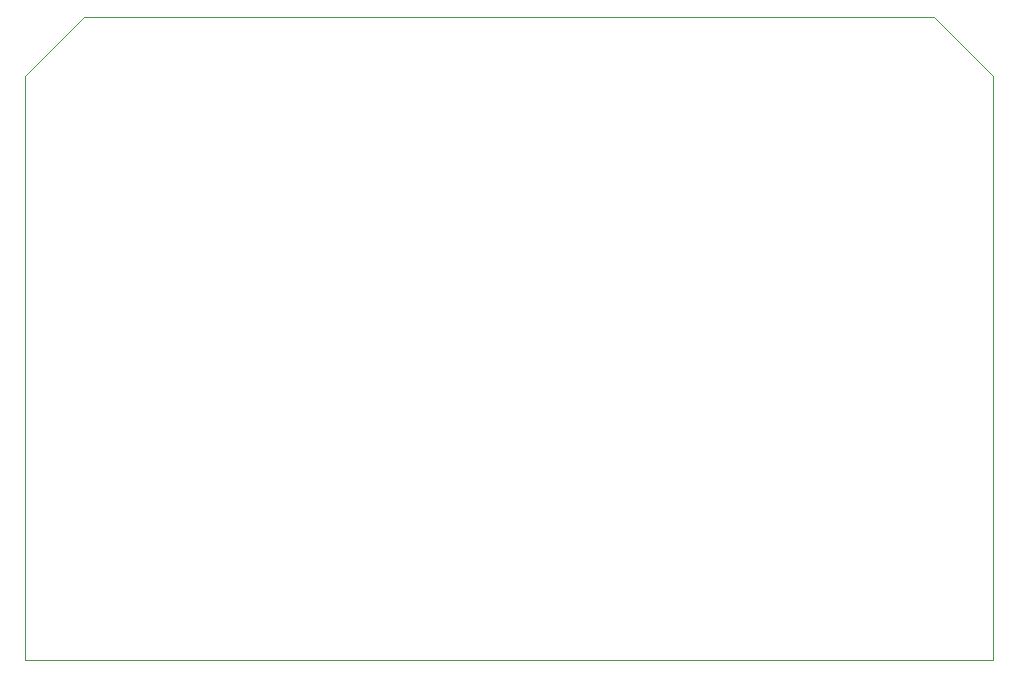
<source format=gbr>
%TF.GenerationSoftware,KiCad,Pcbnew,7.0.7*%
%TF.CreationDate,2023-09-17T22:58:44+02:00*%
%TF.ProjectId,SHC_WEMOS,5348435f-5745-44d4-9f53-2e6b69636164,rev?*%
%TF.SameCoordinates,Original*%
%TF.FileFunction,Profile,NP*%
%FSLAX46Y46*%
G04 Gerber Fmt 4.6, Leading zero omitted, Abs format (unit mm)*
G04 Created by KiCad (PCBNEW 7.0.7) date 2023-09-17 22:58:44*
%MOMM*%
%LPD*%
G01*
G04 APERTURE LIST*
%TA.AperFunction,Profile*%
%ADD10C,0.100000*%
%TD*%
G04 APERTURE END LIST*
D10*
X82000000Y49500000D02*
X82000000Y0D01*
X0Y0D01*
X0Y49500000D01*
X5000000Y54500000D01*
X77000000Y54500000D01*
X82000000Y49500000D01*
M02*

</source>
